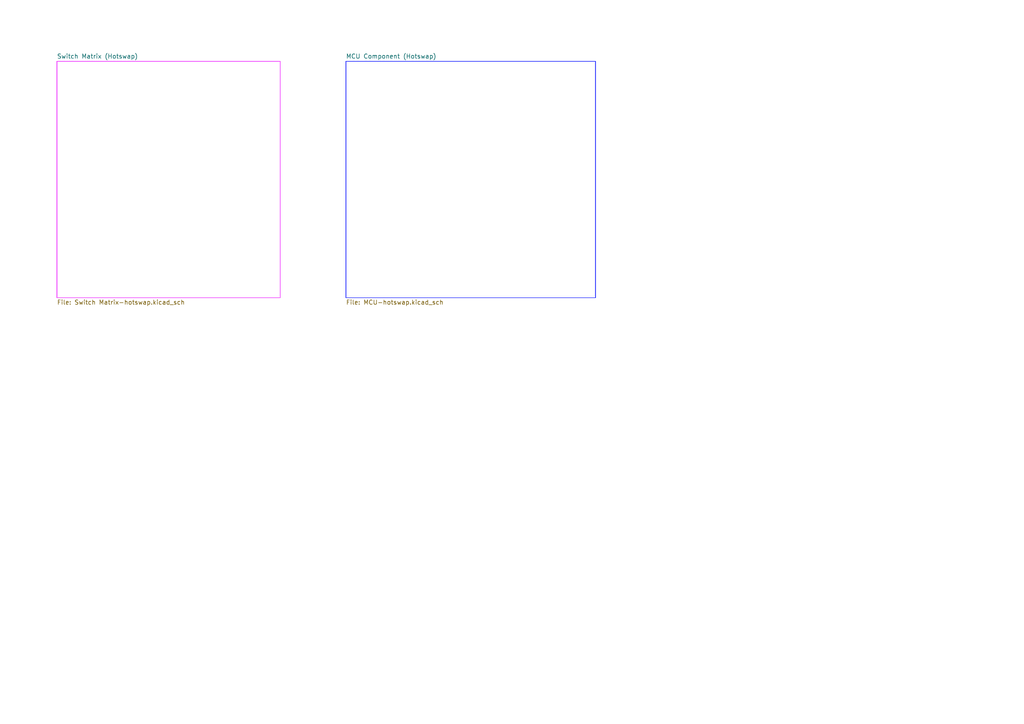
<source format=kicad_sch>
(kicad_sch (version 20230121) (generator eeschema)
  (paper "A4")
  (lib_symbols)
  (sheet (at 16.51 17.78) (size 64.77 68.58) (stroke (width 0.1524) (color 236 36 255 1))
    (property "Sheetname" "Switch Matrix (Hotswap)" (at 16.51 17.0684 0) (effects (justify left bottom)))
    (property "Sheetfile" "Switch Matrix-hotswap.kicad_sch" (at 16.51 86.9446 0) (effects (justify left top)))
  )
  (sheet (at 100.33 17.78) (size 72.39 68.58) (stroke (width 0.1524) (color 24 33 255 1))
    (property "Sheetname" "MCU Component (Hotswap)" (at 100.33 17.0684 0) (effects (justify left bottom)))
    (property "Sheetfile" "MCU-hotswap.kicad_sch" (at 100.33 86.9446 0) (effects (justify left top)))
  )
)
</source>
